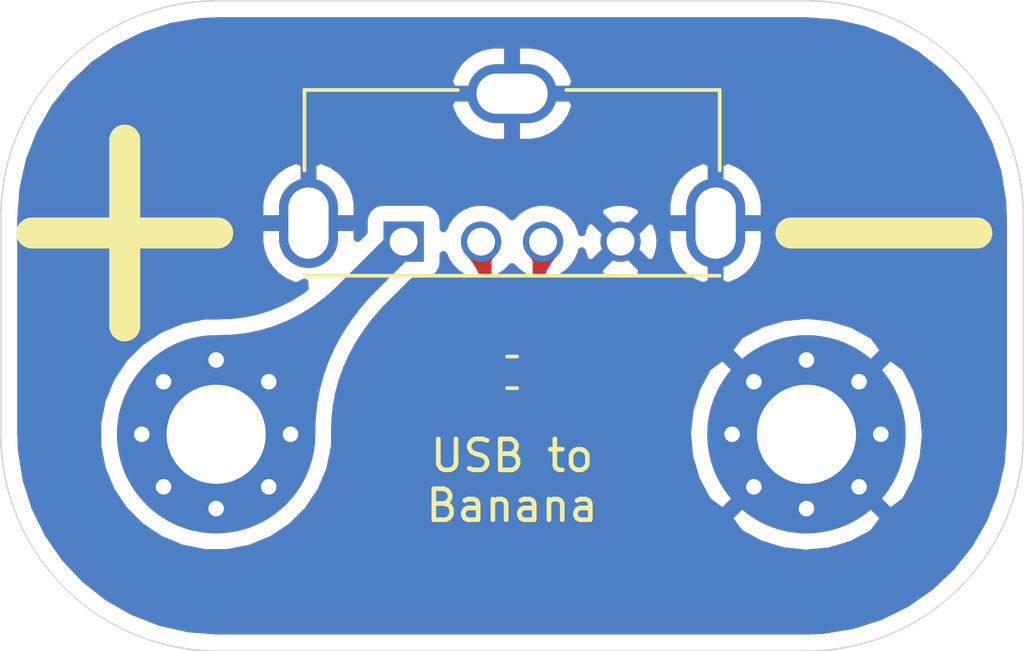
<source format=kicad_pcb>
(kicad_pcb (version 20171130) (host pcbnew 5.1.5-52549c5~84~ubuntu19.10.1)

  (general
    (thickness 1.6)
    (drawings 12)
    (tracks 8)
    (zones 0)
    (modules 4)
    (nets 5)
  )

  (page A4)
  (layers
    (0 F.Cu signal)
    (31 B.Cu signal)
    (32 B.Adhes user)
    (33 F.Adhes user)
    (34 B.Paste user)
    (35 F.Paste user)
    (36 B.SilkS user)
    (37 F.SilkS user)
    (38 B.Mask user)
    (39 F.Mask user)
    (40 Dwgs.User user)
    (41 Cmts.User user)
    (42 Eco1.User user)
    (43 Eco2.User user)
    (44 Edge.Cuts user)
    (45 Margin user)
    (46 B.CrtYd user)
    (47 F.CrtYd user)
    (48 B.Fab user)
    (49 F.Fab user)
  )

  (setup
    (last_trace_width 0.25)
    (trace_clearance 0.2)
    (zone_clearance 0.508)
    (zone_45_only no)
    (trace_min 0.2)
    (via_size 0.8)
    (via_drill 0.4)
    (via_min_size 0.4)
    (via_min_drill 0.3)
    (uvia_size 0.3)
    (uvia_drill 0.1)
    (uvias_allowed no)
    (uvia_min_size 0.2)
    (uvia_min_drill 0.1)
    (edge_width 0.05)
    (segment_width 0.2)
    (pcb_text_width 0.3)
    (pcb_text_size 1.5 1.5)
    (mod_edge_width 0.12)
    (mod_text_size 1 1)
    (mod_text_width 0.15)
    (pad_size 1.524 1.524)
    (pad_drill 0.762)
    (pad_to_mask_clearance 0.051)
    (solder_mask_min_width 0.25)
    (aux_axis_origin 0 0)
    (visible_elements FFFFFF7F)
    (pcbplotparams
      (layerselection 0x010fc_ffffffff)
      (usegerberextensions false)
      (usegerberattributes false)
      (usegerberadvancedattributes false)
      (creategerberjobfile false)
      (excludeedgelayer true)
      (linewidth 0.100000)
      (plotframeref false)
      (viasonmask false)
      (mode 1)
      (useauxorigin false)
      (hpglpennumber 1)
      (hpglpenspeed 20)
      (hpglpendiameter 15.000000)
      (psnegative false)
      (psa4output false)
      (plotreference true)
      (plotvalue true)
      (plotinvisibletext false)
      (padsonsilk false)
      (subtractmaskfromsilk false)
      (outputformat 1)
      (mirror false)
      (drillshape 1)
      (scaleselection 1)
      (outputdirectory ""))
  )

  (net 0 "")
  (net 1 GND)
  (net 2 VBUS)
  (net 3 "Net-(J1-Pad3)")
  (net 4 "Net-(J1-Pad2)")

  (net_class Default "This is the default net class."
    (clearance 0.2)
    (trace_width 0.25)
    (via_dia 0.8)
    (via_drill 0.4)
    (uvia_dia 0.3)
    (uvia_drill 0.1)
    (add_net GND)
    (add_net "Net-(J1-Pad2)")
    (add_net "Net-(J1-Pad3)")
    (add_net VBUS)
  )

  (module Resistor_SMD:R_0603_1608Metric (layer F.Cu) (tedit 5B301BBD) (tstamp 5E0C990D)
    (at 140.5 98 180)
    (descr "Resistor SMD 0603 (1608 Metric), square (rectangular) end terminal, IPC_7351 nominal, (Body size source: http://www.tortai-tech.com/upload/download/2011102023233369053.pdf), generated with kicad-footprint-generator")
    (tags resistor)
    (path /5E0C4A07)
    (attr smd)
    (fp_text reference R1 (at 0 -1.43) (layer F.SilkS) hide
      (effects (font (size 1 1) (thickness 0.15)))
    )
    (fp_text value R (at 0 1.43) (layer F.Fab)
      (effects (font (size 1 1) (thickness 0.15)))
    )
    (fp_text user %R (at 0 0) (layer F.Fab) hide
      (effects (font (size 0.4 0.4) (thickness 0.06)))
    )
    (fp_line (start 1.48 0.73) (end -1.48 0.73) (layer F.CrtYd) (width 0.05))
    (fp_line (start 1.48 -0.73) (end 1.48 0.73) (layer F.CrtYd) (width 0.05))
    (fp_line (start -1.48 -0.73) (end 1.48 -0.73) (layer F.CrtYd) (width 0.05))
    (fp_line (start -1.48 0.73) (end -1.48 -0.73) (layer F.CrtYd) (width 0.05))
    (fp_line (start -0.162779 0.51) (end 0.162779 0.51) (layer F.SilkS) (width 0.12))
    (fp_line (start -0.162779 -0.51) (end 0.162779 -0.51) (layer F.SilkS) (width 0.12))
    (fp_line (start 0.8 0.4) (end -0.8 0.4) (layer F.Fab) (width 0.1))
    (fp_line (start 0.8 -0.4) (end 0.8 0.4) (layer F.Fab) (width 0.1))
    (fp_line (start -0.8 -0.4) (end 0.8 -0.4) (layer F.Fab) (width 0.1))
    (fp_line (start -0.8 0.4) (end -0.8 -0.4) (layer F.Fab) (width 0.1))
    (pad 2 smd roundrect (at 0.7875 0 180) (size 0.875 0.95) (layers F.Cu F.Paste F.Mask) (roundrect_rratio 0.25)
      (net 4 "Net-(J1-Pad2)"))
    (pad 1 smd roundrect (at -0.7875 0 180) (size 0.875 0.95) (layers F.Cu F.Paste F.Mask) (roundrect_rratio 0.25)
      (net 3 "Net-(J1-Pad3)"))
    (model ${KISYS3DMOD}/Resistor_SMD.3dshapes/R_0603_1608Metric.wrl
      (at (xyz 0 0 0))
      (scale (xyz 1 1 1))
      (rotate (xyz 0 0 0))
    )
  )

  (module Connector_USB:USB_A_Molex_105057_Vertical (layer F.Cu) (tedit 5C671087) (tstamp 5E0C98FC)
    (at 137 93.78)
    (descr https://www.molex.com/pdm_docs/sd/1050570001_sd.pdf)
    (tags "USB A Vertical")
    (path /5E0C4511)
    (fp_text reference J1 (at 4.4 -7.05) (layer F.SilkS) hide
      (effects (font (size 1 1) (thickness 0.15)))
    )
    (fp_text value USB_A (at 3.5 2.4) (layer F.Fab)
      (effects (font (size 1 1) (thickness 0.15)))
    )
    (fp_line (start 10.2 1.1) (end -3.2 1.1) (layer F.SilkS) (width 0.12))
    (fp_line (start 10.2 -4.9) (end 5.25 -4.9) (layer F.SilkS) (width 0.12))
    (fp_line (start 10.2 -4.9) (end 10.2 -2.3) (layer F.SilkS) (width 0.12))
    (fp_line (start -3.2 -4.9) (end -3.2 -2.3) (layer F.SilkS) (width 0.12))
    (fp_line (start -3.2 -4.9) (end 1.75 -4.9) (layer F.SilkS) (width 0.12))
    (fp_line (start 10.05 0.96) (end 0.65 0.96) (layer F.Fab) (width 0.1))
    (fp_line (start -0.65 0.96) (end -3.05 0.96) (layer F.Fab) (width 0.1))
    (fp_line (start 0 0.2) (end 0.65 0.96) (layer F.Fab) (width 0.1))
    (fp_line (start -0.65 0.96) (end 0 0.2) (layer F.Fab) (width 0.1))
    (fp_line (start -4.52 -6.23) (end 11.52 -6.23) (layer F.CrtYd) (width 0.05))
    (fp_line (start -4.52 1.46) (end -4.52 -6.23) (layer F.CrtYd) (width 0.05))
    (fp_line (start 11.52 1.46) (end -4.52 1.46) (layer F.CrtYd) (width 0.05))
    (fp_line (start 11.52 -6.23) (end 11.52 1.46) (layer F.CrtYd) (width 0.05))
    (fp_line (start -3.05 0.96) (end -3.05 -4.76) (layer F.Fab) (width 0.1))
    (fp_line (start 10.05 -4.76) (end 10.05 0.96) (layer F.Fab) (width 0.1))
    (fp_line (start -3.05 -4.76) (end 10.05 -4.76) (layer F.Fab) (width 0.1))
    (fp_text user %R (at 3.45 -2.15) (layer F.Fab) hide
      (effects (font (size 1 1) (thickness 0.15)))
    )
    (pad 5 thru_hole oval (at 3.5 -4.78 90) (size 1.9 2.9) (drill oval 1.3 2.3) (layers *.Cu *.Mask)
      (net 1 GND))
    (pad 5 thru_hole oval (at 10.07 -0.6) (size 1.9 2.9) (drill oval 1.3 2.3) (layers *.Cu *.Mask)
      (net 1 GND))
    (pad 5 thru_hole oval (at -3.07 -0.6 180) (size 1.9 2.9) (drill oval 1.3 2.3) (layers *.Cu *.Mask)
      (net 1 GND))
    (pad 4 thru_hole circle (at 7 0) (size 1.3 1.3) (drill 0.9) (layers *.Cu *.Mask)
      (net 1 GND))
    (pad 3 thru_hole circle (at 4.5 0) (size 1.3 1.3) (drill 0.9) (layers *.Cu *.Mask)
      (net 3 "Net-(J1-Pad3)"))
    (pad 2 thru_hole circle (at 2.5 0) (size 1.3 1.3) (drill 0.9) (layers *.Cu *.Mask)
      (net 4 "Net-(J1-Pad2)"))
    (pad 1 thru_hole rect (at 0 0) (size 1.3 1.3) (drill 0.9) (layers *.Cu *.Mask)
      (net 2 VBUS))
    (model ${KISYS3DMOD}/Connector_USB.3dshapes/USB_A_Molex_105057_Vertical.wrl
      (at (xyz 0 0 0))
      (scale (xyz 1 1 1))
      (rotate (xyz 0 0 0))
    )
  )

  (module MountingHole:MountingHole_3.2mm_M3_Pad_Via (layer F.Cu) (tedit 56DDBCCA) (tstamp 5E0C98E0)
    (at 130.95 100)
    (descr "Mounting Hole 3.2mm, M3")
    (tags "mounting hole 3.2mm m3")
    (path /5E0C7C0C)
    (attr virtual)
    (fp_text reference H2 (at 0 -4.2) (layer F.SilkS) hide
      (effects (font (size 1 1) (thickness 0.15)))
    )
    (fp_text value GND (at 0 4.2) (layer F.Fab)
      (effects (font (size 1 1) (thickness 0.15)))
    )
    (fp_circle (center 0 0) (end 3.45 0) (layer F.CrtYd) (width 0.05))
    (fp_circle (center 0 0) (end 3.2 0) (layer Cmts.User) (width 0.15))
    (fp_text user %R (at 0.3 0) (layer F.Fab) hide
      (effects (font (size 1 1) (thickness 0.15)))
    )
    (pad 1 thru_hole circle (at 1.697056 -1.697056) (size 0.8 0.8) (drill 0.5) (layers *.Cu *.Mask)
      (net 2 VBUS))
    (pad 1 thru_hole circle (at 0 -2.4) (size 0.8 0.8) (drill 0.5) (layers *.Cu *.Mask)
      (net 2 VBUS))
    (pad 1 thru_hole circle (at -1.697056 -1.697056) (size 0.8 0.8) (drill 0.5) (layers *.Cu *.Mask)
      (net 2 VBUS))
    (pad 1 thru_hole circle (at -2.4 0) (size 0.8 0.8) (drill 0.5) (layers *.Cu *.Mask)
      (net 2 VBUS))
    (pad 1 thru_hole circle (at -1.697056 1.697056) (size 0.8 0.8) (drill 0.5) (layers *.Cu *.Mask)
      (net 2 VBUS))
    (pad 1 thru_hole circle (at 0 2.4) (size 0.8 0.8) (drill 0.5) (layers *.Cu *.Mask)
      (net 2 VBUS))
    (pad 1 thru_hole circle (at 1.697056 1.697056) (size 0.8 0.8) (drill 0.5) (layers *.Cu *.Mask)
      (net 2 VBUS))
    (pad 1 thru_hole circle (at 2.4 0) (size 0.8 0.8) (drill 0.5) (layers *.Cu *.Mask)
      (net 2 VBUS))
    (pad 1 thru_hole circle (at 0 0) (size 6.4 6.4) (drill 3.2) (layers *.Cu *.Mask)
      (net 2 VBUS))
  )

  (module MountingHole:MountingHole_3.2mm_M3_Pad_Via (layer F.Cu) (tedit 56DDBCCA) (tstamp 5E0C9AA2)
    (at 150 100)
    (descr "Mounting Hole 3.2mm, M3")
    (tags "mounting hole 3.2mm m3")
    (path /5E0C6B19)
    (attr virtual)
    (fp_text reference H1 (at 0 -4.2) (layer F.SilkS) hide
      (effects (font (size 1 1) (thickness 0.15)))
    )
    (fp_text value GND (at 0 4.2) (layer F.Fab)
      (effects (font (size 1 1) (thickness 0.15)))
    )
    (fp_circle (center 0 0) (end 3.45 0) (layer F.CrtYd) (width 0.05))
    (fp_circle (center 0 0) (end 3.2 0) (layer Cmts.User) (width 0.15))
    (fp_text user %R (at 0.3 0) (layer F.Fab) hide
      (effects (font (size 1 1) (thickness 0.15)))
    )
    (pad 1 thru_hole circle (at 1.697056 -1.697056) (size 0.8 0.8) (drill 0.5) (layers *.Cu *.Mask)
      (net 1 GND))
    (pad 1 thru_hole circle (at 0 -2.4) (size 0.8 0.8) (drill 0.5) (layers *.Cu *.Mask)
      (net 1 GND))
    (pad 1 thru_hole circle (at -1.697056 -1.697056) (size 0.8 0.8) (drill 0.5) (layers *.Cu *.Mask)
      (net 1 GND))
    (pad 1 thru_hole circle (at -2.4 0) (size 0.8 0.8) (drill 0.5) (layers *.Cu *.Mask)
      (net 1 GND))
    (pad 1 thru_hole circle (at -1.697056 1.697056) (size 0.8 0.8) (drill 0.5) (layers *.Cu *.Mask)
      (net 1 GND))
    (pad 1 thru_hole circle (at 0 2.4) (size 0.8 0.8) (drill 0.5) (layers *.Cu *.Mask)
      (net 1 GND))
    (pad 1 thru_hole circle (at 1.697056 1.697056) (size 0.8 0.8) (drill 0.5) (layers *.Cu *.Mask)
      (net 1 GND))
    (pad 1 thru_hole circle (at 2.4 0) (size 0.8 0.8) (drill 0.5) (layers *.Cu *.Mask)
      (net 1 GND))
    (pad 1 thru_hole circle (at 0 0) (size 6.4 6.4) (drill 3.2) (layers *.Cu *.Mask)
      (net 1 GND))
  )

  (gr_text "USB to\nBanana" (at 140.5 101.5) (layer F.SilkS)
    (effects (font (size 1 1) (thickness 0.15)))
  )
  (gr_line (start 125 93.5) (end 131 93.5) (layer F.SilkS) (width 1) (tstamp 5E0C9C45))
  (gr_line (start 128 90.5) (end 128 96.5) (layer F.SilkS) (width 1))
  (gr_line (start 149.5 93.5) (end 155.5 93.5) (layer F.SilkS) (width 1) (tstamp 5E0C9C49))
  (gr_line (start 124 100) (end 124 93) (layer Edge.Cuts) (width 0.05) (tstamp 5E0C9B53))
  (gr_line (start 157 100) (end 157 93) (layer Edge.Cuts) (width 0.05) (tstamp 5E0C9B52))
  (gr_line (start 131 86) (end 150 86) (layer Edge.Cuts) (width 0.05) (tstamp 5E0C9B48))
  (gr_arc (start 150 93) (end 157 93) (angle -90) (layer Edge.Cuts) (width 0.05) (tstamp 5E0C9B47))
  (gr_arc (start 131 93) (end 131 86) (angle -90) (layer Edge.Cuts) (width 0.05) (tstamp 5E0C9B46))
  (gr_arc (start 131 100) (end 124 100) (angle -90) (layer Edge.Cuts) (width 0.05) (tstamp 5E0C9B41))
  (gr_line (start 150 107) (end 131 107) (layer Edge.Cuts) (width 0.05))
  (gr_arc (start 150 100) (end 150 107) (angle -90) (layer Edge.Cuts) (width 0.05))

  (segment (start 130.95 99.83) (end 137 93.78) (width 1) (layer F.Cu) (net 2))
  (segment (start 130.95 100) (end 130.95 99.83) (width 0.5) (layer F.Cu) (net 2))
  (segment (start 130.95 99.83) (end 137 93.78) (width 1) (layer B.Cu) (net 2))
  (segment (start 130.95 100) (end 130.95 99.83) (width 1) (layer B.Cu) (net 2))
  (segment (start 141.2875 93.9925) (end 141.5 93.78) (width 0.251) (layer F.Cu) (net 3))
  (segment (start 141.2875 98) (end 141.2875 93.9925) (width 0.251) (layer F.Cu) (net 3))
  (segment (start 139.7125 93.9925) (end 139.5 93.78) (width 0.251) (layer F.Cu) (net 4))
  (segment (start 139.7125 98) (end 139.7125 93.9925) (width 0.251) (layer F.Cu) (net 4))

  (zone (net 1) (net_name GND) (layer B.Cu) (tstamp 0) (hatch edge 0.508)
    (connect_pads (clearance 0.508))
    (min_thickness 0.254)
    (fill yes (arc_segments 32) (thermal_gap 0.508) (thermal_bridge_width 0.508))
    (polygon
      (pts
        (xy 157 107) (xy 124 107) (xy 124 86) (xy 157 86)
      )
    )
    (filled_polygon
      (pts
        (xy 150.936842 86.731439) (xy 151.853106 86.938769) (xy 152.728657 87.279252) (xy 153.544265 87.74541) (xy 154.282014 88.327005)
        (xy 154.925689 89.011251) (xy 155.46116 89.783129) (xy 155.876659 90.625677) (xy 156.163054 91.520376) (xy 156.315689 92.457579)
        (xy 156.340001 93.014427) (xy 156.34 99.975512) (xy 156.268561 100.936841) (xy 156.061231 101.853106) (xy 155.720748 102.728657)
        (xy 155.25459 103.544265) (xy 154.672995 104.282014) (xy 153.988749 104.925689) (xy 153.216871 105.46116) (xy 152.374323 105.876659)
        (xy 151.479624 106.163054) (xy 150.542414 106.315689) (xy 149.985595 106.34) (xy 131.024488 106.34) (xy 130.063159 106.268561)
        (xy 129.146894 106.061231) (xy 128.271343 105.720748) (xy 127.455735 105.25459) (xy 126.717986 104.672995) (xy 126.074311 103.988749)
        (xy 125.53884 103.216871) (xy 125.123341 102.374323) (xy 124.836946 101.479624) (xy 124.684311 100.542414) (xy 124.66 99.985595)
        (xy 124.66 99.622285) (xy 127.115 99.622285) (xy 127.115 100.377715) (xy 127.262377 101.118628) (xy 127.551467 101.816554)
        (xy 127.971161 102.44467) (xy 128.50533 102.978839) (xy 129.133446 103.398533) (xy 129.831372 103.687623) (xy 130.572285 103.835)
        (xy 131.327715 103.835) (xy 132.068628 103.687623) (xy 132.766554 103.398533) (xy 133.39467 102.978839) (xy 133.672628 102.700881)
        (xy 147.478724 102.700881) (xy 147.838912 103.190548) (xy 148.502882 103.550849) (xy 149.224385 103.774694) (xy 149.975695 103.85348)
        (xy 150.727938 103.784178) (xy 151.452208 103.569452) (xy 152.12067 103.217555) (xy 152.161088 103.190548) (xy 152.521276 102.700881)
        (xy 150 100.179605) (xy 147.478724 102.700881) (xy 133.672628 102.700881) (xy 133.928839 102.44467) (xy 134.348533 101.816554)
        (xy 134.637623 101.118628) (xy 134.785 100.377715) (xy 134.785 99.975695) (xy 146.14652 99.975695) (xy 146.215822 100.727938)
        (xy 146.430548 101.452208) (xy 146.782445 102.12067) (xy 146.809452 102.161088) (xy 147.299119 102.521276) (xy 149.820395 100)
        (xy 150.179605 100) (xy 152.700881 102.521276) (xy 153.190548 102.161088) (xy 153.550849 101.497118) (xy 153.774694 100.775615)
        (xy 153.85348 100.024305) (xy 153.784178 99.272062) (xy 153.569452 98.547792) (xy 153.217555 97.87933) (xy 153.190548 97.838912)
        (xy 152.700881 97.478724) (xy 150.179605 100) (xy 149.820395 100) (xy 147.299119 97.478724) (xy 146.809452 97.838912)
        (xy 146.449151 98.502882) (xy 146.225306 99.224385) (xy 146.14652 99.975695) (xy 134.785 99.975695) (xy 134.785 99.970846)
        (xy 134.797173 99.527324) (xy 134.841508 99.103549) (xy 134.918068 98.689685) (xy 135.026886 98.284776) (xy 135.168203 97.887951)
        (xy 135.342493 97.498343) (xy 135.450609 97.299119) (xy 147.478724 97.299119) (xy 150 99.820395) (xy 152.521276 97.299119)
        (xy 152.161088 96.809452) (xy 151.497118 96.449151) (xy 150.775615 96.225306) (xy 150.024305 96.14652) (xy 149.272062 96.215822)
        (xy 148.547792 96.430548) (xy 147.87933 96.782445) (xy 147.838912 96.809452) (xy 147.478724 97.299119) (xy 135.450609 97.299119)
        (xy 135.550342 97.115345) (xy 135.792434 96.738505) (xy 136.069462 96.367591) (xy 136.379074 96.006058) (xy 137.31706 95.068072)
        (xy 137.65 95.068072) (xy 137.774482 95.055812) (xy 137.89418 95.019502) (xy 138.004494 94.960537) (xy 138.101185 94.881185)
        (xy 138.180537 94.784494) (xy 138.239502 94.67418) (xy 138.275812 94.554482) (xy 138.288072 94.43) (xy 138.288072 94.212016)
        (xy 138.361247 94.388676) (xy 138.501875 94.59914) (xy 138.68086 94.778125) (xy 138.891324 94.918753) (xy 139.125179 95.015619)
        (xy 139.373439 95.065) (xy 139.626561 95.065) (xy 139.874821 95.015619) (xy 140.108676 94.918753) (xy 140.31914 94.778125)
        (xy 140.498125 94.59914) (xy 140.5 94.596334) (xy 140.501875 94.59914) (xy 140.68086 94.778125) (xy 140.891324 94.918753)
        (xy 141.125179 95.015619) (xy 141.373439 95.065) (xy 141.626561 95.065) (xy 141.874821 95.015619) (xy 142.108676 94.918753)
        (xy 142.31914 94.778125) (xy 142.431738 94.665527) (xy 143.294078 94.665527) (xy 143.347466 94.894201) (xy 143.577374 95.000095)
        (xy 143.823524 95.059102) (xy 144.076455 95.068952) (xy 144.326449 95.02927) (xy 144.563896 94.941578) (xy 144.652534 94.894201)
        (xy 144.705922 94.665527) (xy 144 93.959605) (xy 143.294078 94.665527) (xy 142.431738 94.665527) (xy 142.498125 94.59914)
        (xy 142.638753 94.388676) (xy 142.735619 94.154821) (xy 142.748294 94.0911) (xy 142.75073 94.106449) (xy 142.838422 94.343896)
        (xy 142.885799 94.432534) (xy 143.114473 94.485922) (xy 143.820395 93.78) (xy 144.179605 93.78) (xy 144.885527 94.485922)
        (xy 145.114201 94.432534) (xy 145.220095 94.202626) (xy 145.279102 93.956476) (xy 145.288952 93.703545) (xy 145.24927 93.453551)
        (xy 145.195147 93.307) (xy 145.485 93.307) (xy 145.485 93.807) (xy 145.540232 94.113778) (xy 145.654252 94.403886)
        (xy 145.822678 94.666175) (xy 146.039038 94.890566) (xy 146.295017 95.068436) (xy 146.580779 95.192949) (xy 146.697412 95.220586)
        (xy 146.943 95.100584) (xy 146.943 93.307) (xy 147.197 93.307) (xy 147.197 95.100584) (xy 147.442588 95.220586)
        (xy 147.559221 95.192949) (xy 147.844983 95.068436) (xy 148.100962 94.890566) (xy 148.317322 94.666175) (xy 148.485748 94.403886)
        (xy 148.599768 94.113778) (xy 148.655 93.807) (xy 148.655 93.307) (xy 147.197 93.307) (xy 146.943 93.307)
        (xy 145.485 93.307) (xy 145.195147 93.307) (xy 145.161578 93.216104) (xy 145.114201 93.127466) (xy 144.885527 93.074078)
        (xy 144.179605 93.78) (xy 143.820395 93.78) (xy 143.114473 93.074078) (xy 142.885799 93.127466) (xy 142.779905 93.357374)
        (xy 142.750505 93.480017) (xy 142.735619 93.405179) (xy 142.638753 93.171324) (xy 142.498125 92.96086) (xy 142.431738 92.894473)
        (xy 143.294078 92.894473) (xy 144 93.600395) (xy 144.705922 92.894473) (xy 144.652534 92.665799) (xy 144.422626 92.559905)
        (xy 144.393822 92.553) (xy 145.485 92.553) (xy 145.485 93.053) (xy 146.943 93.053) (xy 146.943 91.259416)
        (xy 147.197 91.259416) (xy 147.197 93.053) (xy 148.655 93.053) (xy 148.655 92.553) (xy 148.599768 92.246222)
        (xy 148.485748 91.956114) (xy 148.317322 91.693825) (xy 148.100962 91.469434) (xy 147.844983 91.291564) (xy 147.559221 91.167051)
        (xy 147.442588 91.139414) (xy 147.197 91.259416) (xy 146.943 91.259416) (xy 146.697412 91.139414) (xy 146.580779 91.167051)
        (xy 146.295017 91.291564) (xy 146.039038 91.469434) (xy 145.822678 91.693825) (xy 145.654252 91.956114) (xy 145.540232 92.246222)
        (xy 145.485 92.553) (xy 144.393822 92.553) (xy 144.176476 92.500898) (xy 143.923545 92.491048) (xy 143.673551 92.53073)
        (xy 143.436104 92.618422) (xy 143.347466 92.665799) (xy 143.294078 92.894473) (xy 142.431738 92.894473) (xy 142.31914 92.781875)
        (xy 142.108676 92.641247) (xy 141.874821 92.544381) (xy 141.626561 92.495) (xy 141.373439 92.495) (xy 141.125179 92.544381)
        (xy 140.891324 92.641247) (xy 140.68086 92.781875) (xy 140.501875 92.96086) (xy 140.5 92.963666) (xy 140.498125 92.96086)
        (xy 140.31914 92.781875) (xy 140.108676 92.641247) (xy 139.874821 92.544381) (xy 139.626561 92.495) (xy 139.373439 92.495)
        (xy 139.125179 92.544381) (xy 138.891324 92.641247) (xy 138.68086 92.781875) (xy 138.501875 92.96086) (xy 138.361247 93.171324)
        (xy 138.288072 93.347984) (xy 138.288072 93.13) (xy 138.275812 93.005518) (xy 138.239502 92.88582) (xy 138.180537 92.775506)
        (xy 138.101185 92.678815) (xy 138.004494 92.599463) (xy 137.89418 92.540498) (xy 137.774482 92.504188) (xy 137.65 92.491928)
        (xy 136.35 92.491928) (xy 136.225518 92.504188) (xy 136.10582 92.540498) (xy 135.995506 92.599463) (xy 135.898815 92.678815)
        (xy 135.819463 92.775506) (xy 135.760498 92.88582) (xy 135.724188 93.005518) (xy 135.711928 93.13) (xy 135.711928 93.46294)
        (xy 135.515 93.659868) (xy 135.515 93.307) (xy 134.057 93.307) (xy 134.057 93.327) (xy 133.803 93.327)
        (xy 133.803 93.307) (xy 132.345 93.307) (xy 132.345 93.807) (xy 132.400232 94.113778) (xy 132.514252 94.403886)
        (xy 132.682678 94.666175) (xy 132.899038 94.890566) (xy 133.155017 95.068436) (xy 133.440779 95.192949) (xy 133.557412 95.220586)
        (xy 133.802998 95.100585) (xy 133.802998 95.265) (xy 133.814246 95.265) (xy 133.715023 95.339402) (xy 133.357859 95.563456)
        (xy 132.991706 95.751084) (xy 132.615702 95.903178) (xy 132.228633 96.020428) (xy 131.829193 96.103165) (xy 131.416053 96.151363)
        (xy 130.977299 96.165) (xy 130.572285 96.165) (xy 129.831372 96.312377) (xy 129.133446 96.601467) (xy 128.50533 97.021161)
        (xy 127.971161 97.55533) (xy 127.551467 98.183446) (xy 127.262377 98.881372) (xy 127.115 99.622285) (xy 124.66 99.622285)
        (xy 124.66 93.024488) (xy 124.695037 92.553) (xy 132.345 92.553) (xy 132.345 93.053) (xy 133.803 93.053)
        (xy 133.803 91.259416) (xy 134.057 91.259416) (xy 134.057 93.053) (xy 135.515 93.053) (xy 135.515 92.553)
        (xy 135.459768 92.246222) (xy 135.345748 91.956114) (xy 135.177322 91.693825) (xy 134.960962 91.469434) (xy 134.704983 91.291564)
        (xy 134.419221 91.167051) (xy 134.302588 91.139414) (xy 134.057 91.259416) (xy 133.803 91.259416) (xy 133.557412 91.139414)
        (xy 133.440779 91.167051) (xy 133.155017 91.291564) (xy 132.899038 91.469434) (xy 132.682678 91.693825) (xy 132.514252 91.956114)
        (xy 132.400232 92.246222) (xy 132.345 92.553) (xy 124.695037 92.553) (xy 124.731439 92.063158) (xy 124.938769 91.146894)
        (xy 125.279252 90.271343) (xy 125.74541 89.455735) (xy 125.810957 89.372588) (xy 138.459414 89.372588) (xy 138.487051 89.489221)
        (xy 138.611564 89.774983) (xy 138.789434 90.030962) (xy 139.013825 90.247322) (xy 139.276114 90.415748) (xy 139.566222 90.529768)
        (xy 139.873 90.585) (xy 140.373 90.585) (xy 140.373 89.127) (xy 140.627 89.127) (xy 140.627 90.585)
        (xy 141.127 90.585) (xy 141.433778 90.529768) (xy 141.723886 90.415748) (xy 141.986175 90.247322) (xy 142.210566 90.030962)
        (xy 142.388436 89.774983) (xy 142.512949 89.489221) (xy 142.540586 89.372588) (xy 142.420584 89.127) (xy 140.627 89.127)
        (xy 140.373 89.127) (xy 138.579416 89.127) (xy 138.459414 89.372588) (xy 125.810957 89.372588) (xy 126.327005 88.717986)
        (xy 126.423287 88.627412) (xy 138.459414 88.627412) (xy 138.579416 88.873) (xy 140.373 88.873) (xy 140.373 87.415)
        (xy 140.627 87.415) (xy 140.627 88.873) (xy 142.420584 88.873) (xy 142.540586 88.627412) (xy 142.512949 88.510779)
        (xy 142.388436 88.225017) (xy 142.210566 87.969038) (xy 141.986175 87.752678) (xy 141.723886 87.584252) (xy 141.433778 87.470232)
        (xy 141.127 87.415) (xy 140.627 87.415) (xy 140.373 87.415) (xy 139.873 87.415) (xy 139.566222 87.470232)
        (xy 139.276114 87.584252) (xy 139.013825 87.752678) (xy 138.789434 87.969038) (xy 138.611564 88.225017) (xy 138.487051 88.510779)
        (xy 138.459414 88.627412) (xy 126.423287 88.627412) (xy 127.011251 88.074311) (xy 127.783129 87.53884) (xy 128.625677 87.123341)
        (xy 129.520376 86.836946) (xy 130.457579 86.684311) (xy 131.014404 86.66) (xy 149.975512 86.66)
      )
    )
  )
  (zone (net 1) (net_name GND) (layer F.Cu) (tstamp 5E0C9BD1) (hatch edge 0.508)
    (connect_pads (clearance 0.508))
    (min_thickness 0.254)
    (fill yes (arc_segments 32) (thermal_gap 0.508) (thermal_bridge_width 0.508))
    (polygon
      (pts
        (xy 157 107) (xy 124 107) (xy 124 86) (xy 157 86)
      )
    )
    (filled_polygon
      (pts
        (xy 150.936842 86.731439) (xy 151.853106 86.938769) (xy 152.728657 87.279252) (xy 153.544265 87.74541) (xy 154.282014 88.327005)
        (xy 154.925689 89.011251) (xy 155.46116 89.783129) (xy 155.876659 90.625677) (xy 156.163054 91.520376) (xy 156.315689 92.457579)
        (xy 156.340001 93.014427) (xy 156.34 99.975512) (xy 156.268561 100.936841) (xy 156.061231 101.853106) (xy 155.720748 102.728657)
        (xy 155.25459 103.544265) (xy 154.672995 104.282014) (xy 153.988749 104.925689) (xy 153.216871 105.46116) (xy 152.374323 105.876659)
        (xy 151.479624 106.163054) (xy 150.542414 106.315689) (xy 149.985595 106.34) (xy 131.024488 106.34) (xy 130.063159 106.268561)
        (xy 129.146894 106.061231) (xy 128.271343 105.720748) (xy 127.455735 105.25459) (xy 126.717986 104.672995) (xy 126.074311 103.988749)
        (xy 125.53884 103.216871) (xy 125.123341 102.374323) (xy 124.836946 101.479624) (xy 124.684311 100.542414) (xy 124.66 99.985595)
        (xy 124.66 99.622285) (xy 127.115 99.622285) (xy 127.115 100.377715) (xy 127.262377 101.118628) (xy 127.551467 101.816554)
        (xy 127.971161 102.44467) (xy 128.50533 102.978839) (xy 129.133446 103.398533) (xy 129.831372 103.687623) (xy 130.572285 103.835)
        (xy 131.327715 103.835) (xy 132.068628 103.687623) (xy 132.766554 103.398533) (xy 133.39467 102.978839) (xy 133.672628 102.700881)
        (xy 147.478724 102.700881) (xy 147.838912 103.190548) (xy 148.502882 103.550849) (xy 149.224385 103.774694) (xy 149.975695 103.85348)
        (xy 150.727938 103.784178) (xy 151.452208 103.569452) (xy 152.12067 103.217555) (xy 152.161088 103.190548) (xy 152.521276 102.700881)
        (xy 150 100.179605) (xy 147.478724 102.700881) (xy 133.672628 102.700881) (xy 133.928839 102.44467) (xy 134.348533 101.816554)
        (xy 134.637623 101.118628) (xy 134.785 100.377715) (xy 134.785 99.975695) (xy 146.14652 99.975695) (xy 146.215822 100.727938)
        (xy 146.430548 101.452208) (xy 146.782445 102.12067) (xy 146.809452 102.161088) (xy 147.299119 102.521276) (xy 149.820395 100)
        (xy 150.179605 100) (xy 152.700881 102.521276) (xy 153.190548 102.161088) (xy 153.550849 101.497118) (xy 153.774694 100.775615)
        (xy 153.85348 100.024305) (xy 153.784178 99.272062) (xy 153.569452 98.547792) (xy 153.217555 97.87933) (xy 153.190548 97.838912)
        (xy 152.700881 97.478724) (xy 150.179605 100) (xy 149.820395 100) (xy 147.299119 97.478724) (xy 146.809452 97.838912)
        (xy 146.449151 98.502882) (xy 146.225306 99.224385) (xy 146.14652 99.975695) (xy 134.785 99.975695) (xy 134.785 99.970846)
        (xy 134.797173 99.527324) (xy 134.841508 99.103549) (xy 134.918068 98.689685) (xy 135.026886 98.284776) (xy 135.168203 97.887951)
        (xy 135.342493 97.498343) (xy 135.550342 97.115345) (xy 135.792434 96.738505) (xy 136.069462 96.367591) (xy 136.379074 96.006058)
        (xy 137.31706 95.068072) (xy 137.65 95.068072) (xy 137.774482 95.055812) (xy 137.89418 95.019502) (xy 138.004494 94.960537)
        (xy 138.101185 94.881185) (xy 138.180537 94.784494) (xy 138.239502 94.67418) (xy 138.275812 94.554482) (xy 138.288072 94.43)
        (xy 138.288072 94.212016) (xy 138.361247 94.388676) (xy 138.501875 94.59914) (xy 138.590854 94.688119) (xy 138.633799 94.73342)
        (xy 138.669399 94.776588) (xy 138.706855 94.828375) (xy 138.745611 94.889082) (xy 138.785168 94.95893) (xy 138.825044 95.037991)
        (xy 138.864807 95.126251) (xy 138.904081 95.223631) (xy 138.942573 95.330096) (xy 138.952001 95.359161) (xy 138.952 97.085267)
        (xy 138.887885 97.137885) (xy 138.781329 97.267725) (xy 138.70215 97.415858) (xy 138.653392 97.576592) (xy 138.636928 97.74375)
        (xy 138.636928 98.25625) (xy 138.653392 98.423408) (xy 138.70215 98.584142) (xy 138.781329 98.732275) (xy 138.887885 98.862115)
        (xy 139.017725 98.968671) (xy 139.165858 99.04785) (xy 139.326592 99.096608) (xy 139.49375 99.113072) (xy 139.93125 99.113072)
        (xy 140.098408 99.096608) (xy 140.259142 99.04785) (xy 140.407275 98.968671) (xy 140.5 98.892574) (xy 140.592725 98.968671)
        (xy 140.740858 99.04785) (xy 140.901592 99.096608) (xy 141.06875 99.113072) (xy 141.50625 99.113072) (xy 141.673408 99.096608)
        (xy 141.834142 99.04785) (xy 141.982275 98.968671) (xy 142.112115 98.862115) (xy 142.218671 98.732275) (xy 142.29785 98.584142)
        (xy 142.346608 98.423408) (xy 142.363072 98.25625) (xy 142.363072 97.74375) (xy 142.346608 97.576592) (xy 142.29785 97.415858)
        (xy 142.235452 97.299119) (xy 147.478724 97.299119) (xy 150 99.820395) (xy 152.521276 97.299119) (xy 152.161088 96.809452)
        (xy 151.497118 96.449151) (xy 150.775615 96.225306) (xy 150.024305 96.14652) (xy 149.272062 96.215822) (xy 148.547792 96.430548)
        (xy 147.87933 96.782445) (xy 147.838912 96.809452) (xy 147.478724 97.299119) (xy 142.235452 97.299119) (xy 142.218671 97.267725)
        (xy 142.112115 97.137885) (xy 142.048 97.085268) (xy 142.048 95.359159) (xy 142.057427 95.330096) (xy 142.095919 95.223631)
        (xy 142.135193 95.126251) (xy 142.174956 95.037991) (xy 142.214832 94.95893) (xy 142.254389 94.889082) (xy 142.293145 94.828375)
        (xy 142.330601 94.776588) (xy 142.366201 94.73342) (xy 142.409146 94.688119) (xy 142.431738 94.665527) (xy 143.294078 94.665527)
        (xy 143.347466 94.894201) (xy 143.577374 95.000095) (xy 143.823524 95.059102) (xy 144.076455 95.068952) (xy 144.326449 95.02927)
        (xy 144.563896 94.941578) (xy 144.652534 94.894201) (xy 144.705922 94.665527) (xy 144 93.959605) (xy 143.294078 94.665527)
        (xy 142.431738 94.665527) (xy 142.498125 94.59914) (xy 142.638753 94.388676) (xy 142.735619 94.154821) (xy 142.748294 94.0911)
        (xy 142.75073 94.106449) (xy 142.838422 94.343896) (xy 142.885799 94.432534) (xy 143.114473 94.485922) (xy 143.820395 93.78)
        (xy 144.179605 93.78) (xy 144.885527 94.485922) (xy 145.114201 94.432534) (xy 145.220095 94.202626) (xy 145.279102 93.956476)
        (xy 145.288952 93.703545) (xy 145.24927 93.453551) (xy 145.195147 93.307) (xy 145.485 93.307) (xy 145.485 93.807)
        (xy 145.540232 94.113778) (xy 145.654252 94.403886) (xy 145.822678 94.666175) (xy 146.039038 94.890566) (xy 146.295017 95.068436)
        (xy 146.580779 95.192949) (xy 146.697412 95.220586) (xy 146.943 95.100584) (xy 146.943 93.307) (xy 147.197 93.307)
        (xy 147.197 95.100584) (xy 147.442588 95.220586) (xy 147.559221 95.192949) (xy 147.844983 95.068436) (xy 148.100962 94.890566)
        (xy 148.317322 94.666175) (xy 148.485748 94.403886) (xy 148.599768 94.113778) (xy 148.655 93.807) (xy 148.655 93.307)
        (xy 147.197 93.307) (xy 146.943 93.307) (xy 145.485 93.307) (xy 145.195147 93.307) (xy 145.161578 93.216104)
        (xy 145.114201 93.127466) (xy 144.885527 93.074078) (xy 144.179605 93.78) (xy 143.820395 93.78) (xy 143.114473 93.074078)
        (xy 142.885799 93.127466) (xy 142.779905 93.357374) (xy 142.750505 93.480017) (xy 142.735619 93.405179) (xy 142.638753 93.171324)
        (xy 142.498125 92.96086) (xy 142.431738 92.894473) (xy 143.294078 92.894473) (xy 144 93.600395) (xy 144.705922 92.894473)
        (xy 144.652534 92.665799) (xy 144.422626 92.559905) (xy 144.393822 92.553) (xy 145.485 92.553) (xy 145.485 93.053)
        (xy 146.943 93.053) (xy 146.943 91.259416) (xy 147.197 91.259416) (xy 147.197 93.053) (xy 148.655 93.053)
        (xy 148.655 92.553) (xy 148.599768 92.246222) (xy 148.485748 91.956114) (xy 148.317322 91.693825) (xy 148.100962 91.469434)
        (xy 147.844983 91.291564) (xy 147.559221 91.167051) (xy 147.442588 91.139414) (xy 147.197 91.259416) (xy 146.943 91.259416)
        (xy 146.697412 91.139414) (xy 146.580779 91.167051) (xy 146.295017 91.291564) (xy 146.039038 91.469434) (xy 145.822678 91.693825)
        (xy 145.654252 91.956114) (xy 145.540232 92.246222) (xy 145.485 92.553) (xy 144.393822 92.553) (xy 144.176476 92.500898)
        (xy 143.923545 92.491048) (xy 143.673551 92.53073) (xy 143.436104 92.618422) (xy 143.347466 92.665799) (xy 143.294078 92.894473)
        (xy 142.431738 92.894473) (xy 142.31914 92.781875) (xy 142.108676 92.641247) (xy 141.874821 92.544381) (xy 141.626561 92.495)
        (xy 141.373439 92.495) (xy 141.125179 92.544381) (xy 140.891324 92.641247) (xy 140.68086 92.781875) (xy 140.501875 92.96086)
        (xy 140.5 92.963666) (xy 140.498125 92.96086) (xy 140.31914 92.781875) (xy 140.108676 92.641247) (xy 139.874821 92.544381)
        (xy 139.626561 92.495) (xy 139.373439 92.495) (xy 139.125179 92.544381) (xy 138.891324 92.641247) (xy 138.68086 92.781875)
        (xy 138.501875 92.96086) (xy 138.361247 93.171324) (xy 138.288072 93.347984) (xy 138.288072 93.13) (xy 138.275812 93.005518)
        (xy 138.239502 92.88582) (xy 138.180537 92.775506) (xy 138.101185 92.678815) (xy 138.004494 92.599463) (xy 137.89418 92.540498)
        (xy 137.774482 92.504188) (xy 137.65 92.491928) (xy 136.35 92.491928) (xy 136.225518 92.504188) (xy 136.10582 92.540498)
        (xy 135.995506 92.599463) (xy 135.898815 92.678815) (xy 135.819463 92.775506) (xy 135.760498 92.88582) (xy 135.724188 93.005518)
        (xy 135.711928 93.13) (xy 135.711928 93.46294) (xy 135.515 93.659868) (xy 135.515 93.307) (xy 134.057 93.307)
        (xy 134.057 93.327) (xy 133.803 93.327) (xy 133.803 93.307) (xy 132.345 93.307) (xy 132.345 93.807)
        (xy 132.400232 94.113778) (xy 132.514252 94.403886) (xy 132.682678 94.666175) (xy 132.899038 94.890566) (xy 133.155017 95.068436)
        (xy 133.440779 95.192949) (xy 133.557412 95.220586) (xy 133.802998 95.100585) (xy 133.802998 95.265) (xy 133.814246 95.265)
        (xy 133.715023 95.339402) (xy 133.357859 95.563456) (xy 132.991706 95.751084) (xy 132.615702 95.903178) (xy 132.228633 96.020428)
        (xy 131.829193 96.103165) (xy 131.416053 96.151363) (xy 130.977299 96.165) (xy 130.572285 96.165) (xy 129.831372 96.312377)
        (xy 129.133446 96.601467) (xy 128.50533 97.021161) (xy 127.971161 97.55533) (xy 127.551467 98.183446) (xy 127.262377 98.881372)
        (xy 127.115 99.622285) (xy 124.66 99.622285) (xy 124.66 93.024488) (xy 124.695037 92.553) (xy 132.345 92.553)
        (xy 132.345 93.053) (xy 133.803 93.053) (xy 133.803 91.259416) (xy 134.057 91.259416) (xy 134.057 93.053)
        (xy 135.515 93.053) (xy 135.515 92.553) (xy 135.459768 92.246222) (xy 135.345748 91.956114) (xy 135.177322 91.693825)
        (xy 134.960962 91.469434) (xy 134.704983 91.291564) (xy 134.419221 91.167051) (xy 134.302588 91.139414) (xy 134.057 91.259416)
        (xy 133.803 91.259416) (xy 133.557412 91.139414) (xy 133.440779 91.167051) (xy 133.155017 91.291564) (xy 132.899038 91.469434)
        (xy 132.682678 91.693825) (xy 132.514252 91.956114) (xy 132.400232 92.246222) (xy 132.345 92.553) (xy 124.695037 92.553)
        (xy 124.731439 92.063158) (xy 124.938769 91.146894) (xy 125.279252 90.271343) (xy 125.74541 89.455735) (xy 125.810957 89.372588)
        (xy 138.459414 89.372588) (xy 138.487051 89.489221) (xy 138.611564 89.774983) (xy 138.789434 90.030962) (xy 139.013825 90.247322)
        (xy 139.276114 90.415748) (xy 139.566222 90.529768) (xy 139.873 90.585) (xy 140.373 90.585) (xy 140.373 89.127)
        (xy 140.627 89.127) (xy 140.627 90.585) (xy 141.127 90.585) (xy 141.433778 90.529768) (xy 141.723886 90.415748)
        (xy 141.986175 90.247322) (xy 142.210566 90.030962) (xy 142.388436 89.774983) (xy 142.512949 89.489221) (xy 142.540586 89.372588)
        (xy 142.420584 89.127) (xy 140.627 89.127) (xy 140.373 89.127) (xy 138.579416 89.127) (xy 138.459414 89.372588)
        (xy 125.810957 89.372588) (xy 126.327005 88.717986) (xy 126.423287 88.627412) (xy 138.459414 88.627412) (xy 138.579416 88.873)
        (xy 140.373 88.873) (xy 140.373 87.415) (xy 140.627 87.415) (xy 140.627 88.873) (xy 142.420584 88.873)
        (xy 142.540586 88.627412) (xy 142.512949 88.510779) (xy 142.388436 88.225017) (xy 142.210566 87.969038) (xy 141.986175 87.752678)
        (xy 141.723886 87.584252) (xy 141.433778 87.470232) (xy 141.127 87.415) (xy 140.627 87.415) (xy 140.373 87.415)
        (xy 139.873 87.415) (xy 139.566222 87.470232) (xy 139.276114 87.584252) (xy 139.013825 87.752678) (xy 138.789434 87.969038)
        (xy 138.611564 88.225017) (xy 138.487051 88.510779) (xy 138.459414 88.627412) (xy 126.423287 88.627412) (xy 127.011251 88.074311)
        (xy 127.783129 87.53884) (xy 128.625677 87.123341) (xy 129.520376 86.836946) (xy 130.457579 86.684311) (xy 131.014404 86.66)
        (xy 149.975512 86.66)
      )
    )
  )
  (zone (net 2) (net_name VBUS) (layer F.Cu) (tstamp 0) (hatch edge 0.508)
    (priority 16962)
    (connect_pads yes (clearance 0.2))
    (min_thickness 0.0254)
    (fill yes (arc_segments 32) (thermal_gap 0.508) (thermal_bridge_width 0.508))
    (polygon
      (pts
        (xy 135.205609 94.867285) (xy 134.841669 95.238917) (xy 134.464747 95.570917) (xy 134.074842 95.863285) (xy 133.671955 96.116021)
        (xy 133.256086 96.329125) (xy 132.827233 96.502596) (xy 132.385399 96.636435) (xy 131.930582 96.730643) (xy 131.462782 96.785218)
        (xy 130.982001 96.800161) (xy 129.81863 101.13137) (xy 134.149839 99.967999) (xy 134.163081 99.485517) (xy 134.212556 99.012617)
        (xy 134.298264 98.5493) (xy 134.420203 98.095566) (xy 134.578375 97.651414) (xy 134.772778 97.216844) (xy 135.003414 96.791857)
        (xy 135.270282 96.376452) (xy 135.573382 95.97063) (xy 135.912715 95.574391)
      )
    )
    (filled_polygon
      (pts
        (xy 135.895423 95.575059) (xy 135.563736 95.962369) (xy 135.563207 95.96303) (xy 135.260107 96.368852) (xy 135.259597 96.369588)
        (xy 134.992729 96.784993) (xy 134.992252 96.785799) (xy 134.761616 97.210786) (xy 134.761185 97.211658) (xy 134.566782 97.646228)
        (xy 134.566411 97.647153) (xy 134.408239 98.091305) (xy 134.407938 98.09227) (xy 134.285999 98.546004) (xy 134.285776 98.54699)
        (xy 134.200068 99.010307) (xy 134.199925 99.011296) (xy 134.15045 99.484196) (xy 134.150386 99.485169) (xy 134.137404 99.958189)
        (xy 129.836609 101.113391) (xy 130.99182 96.812562) (xy 131.463177 96.797912) (xy 131.464254 96.797832) (xy 131.932054 96.743257)
        (xy 131.933158 96.743079) (xy 132.387975 96.648871) (xy 132.389081 96.64859) (xy 132.830915 96.514751) (xy 132.831995 96.514369)
        (xy 133.260848 96.340898) (xy 133.261878 96.340427) (xy 133.677747 96.127323) (xy 133.678704 96.126779) (xy 134.081591 95.874043)
        (xy 134.082461 95.873446) (xy 134.472366 95.581078) (xy 134.473141 95.580447) (xy 134.850063 95.248447) (xy 134.850743 95.247803)
        (xy 135.205704 94.88534)
      )
    )
  )
  (zone (net 2) (net_name VBUS) (layer B.Cu) (tstamp 0) (hatch edge 0.508)
    (priority 16962)
    (connect_pads yes (clearance 0.2))
    (min_thickness 0.0254)
    (fill yes (arc_segments 32) (thermal_gap 0.508) (thermal_bridge_width 0.508))
    (polygon
      (pts
        (xy 135.205609 94.867285) (xy 134.841669 95.238917) (xy 134.464747 95.570917) (xy 134.074842 95.863285) (xy 133.671955 96.116021)
        (xy 133.256086 96.329125) (xy 132.827233 96.502596) (xy 132.385399 96.636435) (xy 131.930582 96.730643) (xy 131.462782 96.785218)
        (xy 130.982001 96.800161) (xy 129.81863 101.13137) (xy 134.149839 99.967999) (xy 134.163081 99.485517) (xy 134.212556 99.012617)
        (xy 134.298264 98.5493) (xy 134.420203 98.095566) (xy 134.578375 97.651414) (xy 134.772778 97.216844) (xy 135.003414 96.791857)
        (xy 135.270282 96.376452) (xy 135.573382 95.97063) (xy 135.912715 95.574391)
      )
    )
    (filled_polygon
      (pts
        (xy 135.895423 95.575059) (xy 135.563736 95.962369) (xy 135.563207 95.96303) (xy 135.260107 96.368852) (xy 135.259597 96.369588)
        (xy 134.992729 96.784993) (xy 134.992252 96.785799) (xy 134.761616 97.210786) (xy 134.761185 97.211658) (xy 134.566782 97.646228)
        (xy 134.566411 97.647153) (xy 134.408239 98.091305) (xy 134.407938 98.09227) (xy 134.285999 98.546004) (xy 134.285776 98.54699)
        (xy 134.200068 99.010307) (xy 134.199925 99.011296) (xy 134.15045 99.484196) (xy 134.150386 99.485169) (xy 134.137404 99.958189)
        (xy 129.836609 101.113391) (xy 130.99182 96.812562) (xy 131.463177 96.797912) (xy 131.464254 96.797832) (xy 131.932054 96.743257)
        (xy 131.933158 96.743079) (xy 132.387975 96.648871) (xy 132.389081 96.64859) (xy 132.830915 96.514751) (xy 132.831995 96.514369)
        (xy 133.260848 96.340898) (xy 133.261878 96.340427) (xy 133.677747 96.127323) (xy 133.678704 96.126779) (xy 134.081591 95.874043)
        (xy 134.082461 95.873446) (xy 134.472366 95.581078) (xy 134.473141 95.580447) (xy 134.850063 95.248447) (xy 134.850743 95.247803)
        (xy 135.205704 94.88534)
      )
    )
  )
  (zone (net 3) (net_name "Net-(J1-Pad3)") (layer F.Cu) (tstamp 0) (hatch edge 0.508)
    (priority 16962)
    (connect_pads yes (clearance 0.2))
    (min_thickness 0.0254)
    (fill yes (arc_segments 32) (thermal_gap 0.508) (thermal_bridge_width 0.508))
    (polygon
      (pts
        (xy 141.413 95.258747) (xy 141.45667 95.124117) (xy 141.50268 94.996859) (xy 141.55103 94.876973) (xy 141.60172 94.764459)
        (xy 141.65475 94.659318) (xy 141.71012 94.561548) (xy 141.76783 94.471151) (xy 141.82788 94.388126) (xy 141.89027 94.312473)
        (xy 141.955 94.244192) (xy 141.5 93.455) (xy 141.045 94.244192) (xy 141.10548 94.312473) (xy 141.15512 94.388126)
        (xy 141.19392 94.471151) (xy 141.22188 94.561548) (xy 141.239 94.659318) (xy 141.24528 94.764459) (xy 141.24072 94.876973)
        (xy 141.22532 94.996859) (xy 141.19908 95.124117) (xy 141.162 95.258747)
      )
    )
    (filled_polygon
      (pts
        (xy 141.939267 94.242329) (xy 141.881053 94.303736) (xy 141.880472 94.304393) (xy 141.818082 94.380046) (xy 141.81759 94.380683)
        (xy 141.75754 94.463708) (xy 141.757125 94.464317) (xy 141.699415 94.554714) (xy 141.699069 94.55529) (xy 141.643699 94.65306)
        (xy 141.643411 94.653599) (xy 141.590381 94.75874) (xy 141.590141 94.759242) (xy 141.539451 94.871756) (xy 141.539252 94.872223)
        (xy 141.490902 94.992109) (xy 141.490737 94.992541) (xy 141.444727 95.119799) (xy 141.44459 95.120198) (xy 141.403768 95.246047)
        (xy 141.178671 95.246047) (xy 141.211324 95.127489) (xy 141.211518 95.126682) (xy 141.237758 94.999424) (xy 141.237916 94.998477)
        (xy 141.253316 94.878591) (xy 141.25341 94.877487) (xy 141.25797 94.764973) (xy 141.257957 94.763702) (xy 141.251677 94.658561)
        (xy 141.25151 94.657127) (xy 141.23439 94.559357) (xy 141.234013 94.557795) (xy 141.206053 94.467398) (xy 141.205426 94.465774)
        (xy 141.166626 94.382749) (xy 141.165738 94.381159) (xy 141.116098 94.305506) (xy 141.114987 94.304052) (xy 141.060569 94.242614)
        (xy 141.5 93.480426)
      )
    )
  )
  (zone (net 4) (net_name "Net-(J1-Pad2)") (layer F.Cu) (tstamp 0) (hatch edge 0.508)
    (priority 16962)
    (connect_pads yes (clearance 0.2))
    (min_thickness 0.0254)
    (fill yes (arc_segments 32) (thermal_gap 0.508) (thermal_bridge_width 0.508))
    (polygon
      (pts
        (xy 139.838 95.258747) (xy 139.80092 95.124117) (xy 139.77468 94.996859) (xy 139.75928 94.876973) (xy 139.75472 94.764459)
        (xy 139.761 94.659318) (xy 139.77812 94.561548) (xy 139.80608 94.471151) (xy 139.84488 94.388126) (xy 139.89452 94.312473)
        (xy 139.955 94.244192) (xy 139.5 93.455) (xy 139.045 94.244192) (xy 139.10973 94.312473) (xy 139.17212 94.388126)
        (xy 139.23217 94.471151) (xy 139.28988 94.561548) (xy 139.34525 94.659318) (xy 139.39828 94.764459) (xy 139.44897 94.876973)
        (xy 139.49732 94.996859) (xy 139.54333 95.124117) (xy 139.587 95.258747)
      )
    )
    (filled_polygon
      (pts
        (xy 139.939431 94.242614) (xy 139.885013 94.304052) (xy 139.883902 94.305506) (xy 139.834262 94.381159) (xy 139.833374 94.382749)
        (xy 139.794574 94.465774) (xy 139.793947 94.467398) (xy 139.765987 94.557795) (xy 139.76561 94.559357) (xy 139.74849 94.657127)
        (xy 139.748323 94.658561) (xy 139.742043 94.763702) (xy 139.74203 94.764973) (xy 139.74659 94.877487) (xy 139.746684 94.878591)
        (xy 139.762084 94.998477) (xy 139.762242 94.999424) (xy 139.788482 95.126682) (xy 139.788676 95.127489) (xy 139.821329 95.246047)
        (xy 139.596232 95.246047) (xy 139.55541 95.120198) (xy 139.555273 95.119799) (xy 139.509263 94.992541) (xy 139.509098 94.992109)
        (xy 139.460748 94.872223) (xy 139.460549 94.871756) (xy 139.409859 94.759242) (xy 139.409619 94.75874) (xy 139.356589 94.653599)
        (xy 139.356301 94.65306) (xy 139.300931 94.55529) (xy 139.300585 94.554714) (xy 139.242875 94.464317) (xy 139.24246 94.463708)
        (xy 139.18241 94.380683) (xy 139.181918 94.380046) (xy 139.119528 94.304393) (xy 139.118947 94.303736) (xy 139.060733 94.242329)
        (xy 139.5 93.480426)
      )
    )
  )
)

</source>
